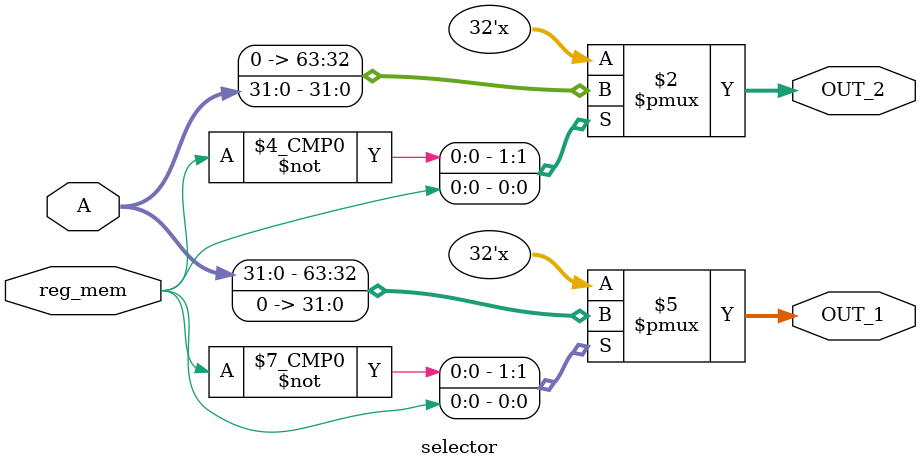
<source format=sv>

module selector # ( parameter OUT1 = 32 , parameter OUT2 = 32  ) 
(
  input                  reg_mem,
  input      [31:0]      A,
  output reg [OUT1-1:0]  OUT_1,
  output reg [OUT2-1:0]  OUT_2
  );
  
always @(*)
begin
    case( reg_mem)
     // if reg_mem = 0 ---> writing in memory so data = 32 bits
        1'b0: begin 
		OUT_1 = A[OUT1-1:0]; // memory
		OUT_2 = 0; //
	end
     // if reg_mem = 1 ---> writing in register file so data = 8 bits
        1'b1: begin
		OUT_2 = A[OUT2-1:0]; // reg_file
		OUT_1 = 0; //
	end
    endcase
end
      
endmodule

</source>
